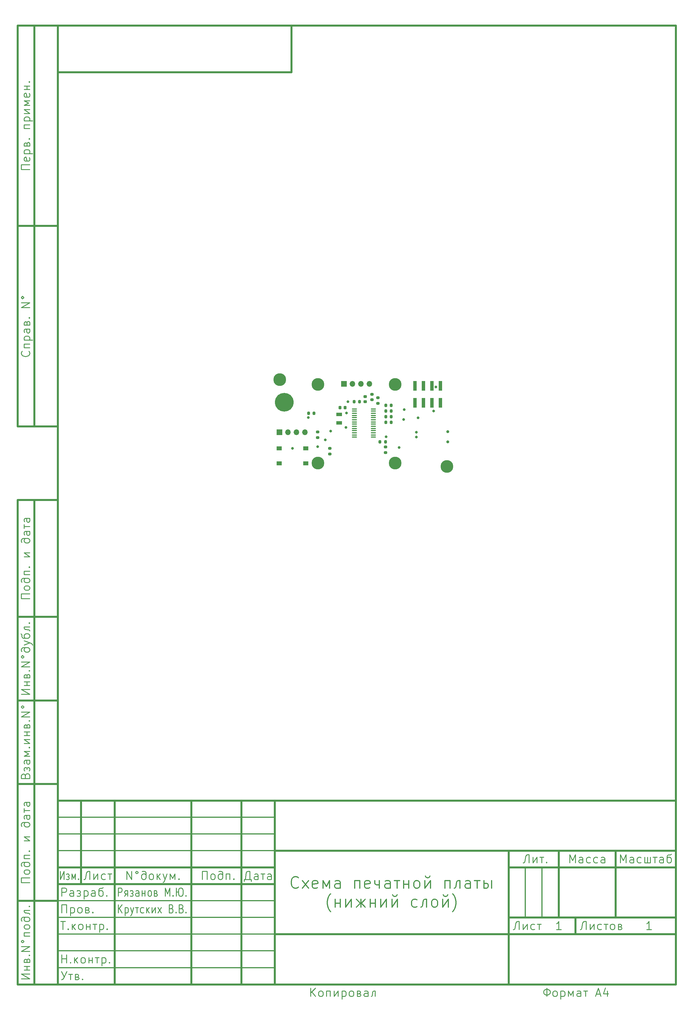
<source format=gbr>
%TF.GenerationSoftware,KiCad,Pcbnew,(6.0.0)*%
%TF.CreationDate,2022-01-12T10:47:11+03:00*%
%TF.ProjectId,Curse_PCB,43757273-655f-4504-9342-2e6b69636164,rev?*%
%TF.SameCoordinates,Original*%
%TF.FileFunction,Soldermask,Top*%
%TF.FilePolarity,Negative*%
%FSLAX46Y46*%
G04 Gerber Fmt 4.6, Leading zero omitted, Abs format (unit mm)*
G04 Created by KiCad (PCBNEW (6.0.0)) date 2022-01-12 10:47:11*
%MOMM*%
%LPD*%
G01*
G04 APERTURE LIST*
G04 Aperture macros list*
%AMRoundRect*
0 Rectangle with rounded corners*
0 $1 Rounding radius*
0 $2 $3 $4 $5 $6 $7 $8 $9 X,Y pos of 4 corners*
0 Add a 4 corners polygon primitive as box body*
4,1,4,$2,$3,$4,$5,$6,$7,$8,$9,$2,$3,0*
0 Add four circle primitives for the rounded corners*
1,1,$1+$1,$2,$3*
1,1,$1+$1,$4,$5*
1,1,$1+$1,$6,$7*
1,1,$1+$1,$8,$9*
0 Add four rect primitives between the rounded corners*
20,1,$1+$1,$2,$3,$4,$5,0*
20,1,$1+$1,$4,$5,$6,$7,0*
20,1,$1+$1,$6,$7,$8,$9,0*
20,1,$1+$1,$8,$9,$2,$3,0*%
G04 Aperture macros list end*
%ADD10C,0.100000*%
%ADD11C,0.600000*%
%ADD12C,0.300000*%
%ADD13C,0.250000*%
%ADD14C,0.350000*%
%ADD15C,0.500000*%
%ADD16R,1.800000X1.000000*%
%ADD17RoundRect,0.225000X0.225000X0.250000X-0.225000X0.250000X-0.225000X-0.250000X0.225000X-0.250000X0*%
%ADD18RoundRect,0.225000X0.250000X-0.225000X0.250000X0.225000X-0.250000X0.225000X-0.250000X-0.225000X0*%
%ADD19RoundRect,0.100000X-0.637500X-0.100000X0.637500X-0.100000X0.637500X0.100000X-0.637500X0.100000X0*%
%ADD20RoundRect,0.200000X-0.275000X0.200000X-0.275000X-0.200000X0.275000X-0.200000X0.275000X0.200000X0*%
%ADD21RoundRect,0.200000X0.200000X0.275000X-0.200000X0.275000X-0.200000X-0.275000X0.200000X-0.275000X0*%
%ADD22RoundRect,0.200000X0.275000X-0.200000X0.275000X0.200000X-0.275000X0.200000X-0.275000X-0.200000X0*%
%ADD23RoundRect,0.200000X-0.200000X-0.275000X0.200000X-0.275000X0.200000X0.275000X-0.200000X0.275000X0*%
%ADD24R,1.550000X1.300000*%
%ADD25R,1.000000X3.000000*%
%ADD26O,1.700000X1.700000*%
%ADD27R,1.700000X1.700000*%
%ADD28C,3.800000*%
%ADD29C,5.600000*%
%ADD30C,0.900000*%
%ADD31C,0.800000*%
G04 APERTURE END LIST*
D10*
D11*
X20000000Y-292002200D02*
X20000000Y-5000000D01*
X205007200Y-5000000D01*
X205007200Y-292002200D01*
X20000000Y-292002200D01*
D10*
D11*
X8000000Y-232002200D02*
X20000000Y-232002200D01*
D10*
D11*
X8000000Y-207002200D02*
X20000000Y-207002200D01*
D10*
D11*
X8000000Y-182002200D02*
X20000000Y-182002200D01*
D10*
D11*
X90000000Y-5000000D02*
X90000000Y-19000000D01*
D10*
D11*
X20000000Y-19000000D02*
X90000000Y-19000000D01*
D10*
D11*
X8000000Y-147002200D02*
X20000000Y-147002200D01*
D10*
D11*
X8000000Y-292002200D02*
X20000000Y-292002200D01*
D10*
D11*
X8000000Y-267002200D02*
X20000000Y-267002200D01*
D10*
D11*
X85007200Y-237002200D02*
X85007200Y-292002200D01*
D10*
D11*
X75007200Y-237002200D02*
X75007200Y-292002200D01*
D10*
D11*
X60007200Y-237002200D02*
X60007200Y-292002200D01*
D10*
D11*
X37007200Y-237002200D02*
X37007200Y-292002200D01*
D10*
D11*
X27007200Y-237002200D02*
X27007200Y-262002200D01*
D10*
D12*
X20007200Y-252002200D02*
X85007200Y-252002200D01*
D10*
D12*
X20007200Y-247002200D02*
X85007200Y-247002200D01*
D10*
D12*
X20007200Y-242002200D02*
X85007200Y-242002200D01*
D10*
D11*
X20007200Y-262002200D02*
X85007200Y-262002200D01*
D10*
D11*
X20007200Y-257002200D02*
X85007200Y-257002200D01*
D10*
D12*
X20007200Y-287002200D02*
X85007200Y-287002200D01*
D10*
D12*
X20007200Y-282002200D02*
X85007200Y-282002200D01*
D10*
D12*
X20007200Y-277002200D02*
X85007200Y-277002200D01*
D10*
D12*
X20007200Y-272002200D02*
X85007200Y-272002200D01*
D10*
D12*
X20007200Y-267002200D02*
X85007200Y-267002200D01*
D10*
D11*
X20007200Y-237002200D02*
X205007200Y-237002200D01*
D10*
D11*
X8000000Y-147002200D02*
X8000000Y-292002200D01*
D10*
D11*
X13000000Y-147002200D02*
X13000000Y-292002200D01*
D10*
D12*
X160007200Y-257002200D02*
X160007200Y-272002200D01*
D10*
D12*
X165007200Y-257002200D02*
X165007200Y-272002200D01*
D10*
D11*
X170007200Y-252002200D02*
X170007200Y-272002200D01*
D10*
D11*
X187007200Y-252002200D02*
X187007200Y-272002200D01*
D10*
D11*
X155007200Y-272002200D02*
X205007200Y-272002200D01*
D10*
D11*
X155007200Y-257002200D02*
X205007200Y-257002200D01*
D10*
D11*
X155007200Y-252002200D02*
X155007200Y-292002200D01*
D10*
D11*
X85007200Y-277002200D02*
X205007200Y-277002200D01*
D10*
D11*
X85007200Y-252002200D02*
X205007200Y-252002200D01*
D10*
D11*
X20007200Y-292002200D02*
X20007200Y-237002200D01*
D10*
D11*
X175007200Y-272002200D02*
X175007200Y-277002200D01*
D10*
D11*
X8000000Y-5002200D02*
X20000000Y-5002200D01*
D10*
D11*
X8000000Y-65002200D02*
X20000000Y-65002200D01*
D10*
D11*
X8000000Y-125002200D02*
X20000000Y-125002200D01*
D10*
D11*
X8000000Y-5002200D02*
X8000000Y-125002200D01*
D10*
D11*
X13000000Y-5002200D02*
X13000000Y-125002200D01*
D10*
D13*
X40709580Y-260633152D02*
X40709580Y-258133152D01*
X42138152Y-260633152D01*
X42138152Y-258133152D01*
X43685771Y-258133152D02*
X43447676Y-258252200D01*
X43328628Y-258490295D01*
X43447676Y-258728390D01*
X43685771Y-258847438D01*
X43923866Y-258728390D01*
X44042914Y-258490295D01*
X43923866Y-258252200D01*
X43685771Y-258133152D01*
X46423866Y-259204580D02*
X46304819Y-259085533D01*
X46066723Y-258966485D01*
X45590533Y-258966485D01*
X45352438Y-259085533D01*
X45233390Y-259204580D01*
X45114342Y-259442676D01*
X45114342Y-260156961D01*
X45233390Y-260395057D01*
X45352438Y-260514104D01*
X45590533Y-260633152D01*
X45947676Y-260633152D01*
X46185771Y-260514104D01*
X46304819Y-260395057D01*
X46423866Y-260156961D01*
X46423866Y-258609342D01*
X46304819Y-258371247D01*
X46185771Y-258252200D01*
X45947676Y-258133152D01*
X45471485Y-258133152D01*
X45233390Y-258252200D01*
X47852438Y-260633152D02*
X47614342Y-260514104D01*
X47495295Y-260395057D01*
X47376247Y-260156961D01*
X47376247Y-259442676D01*
X47495295Y-259204580D01*
X47614342Y-259085533D01*
X47852438Y-258966485D01*
X48209580Y-258966485D01*
X48447676Y-259085533D01*
X48566723Y-259204580D01*
X48685771Y-259442676D01*
X48685771Y-260156961D01*
X48566723Y-260395057D01*
X48447676Y-260514104D01*
X48209580Y-260633152D01*
X47852438Y-260633152D01*
X49757200Y-258966485D02*
X49757200Y-260633152D01*
X49995295Y-259680771D02*
X50709580Y-260633152D01*
X50709580Y-258966485D02*
X49757200Y-259918866D01*
X51542914Y-258966485D02*
X52138152Y-260633152D01*
X52733390Y-258966485D02*
X52138152Y-260633152D01*
X51900057Y-261228390D01*
X51781009Y-261347438D01*
X51542914Y-261466485D01*
X53685771Y-260633152D02*
X53685771Y-258966485D01*
X54400057Y-260276009D01*
X55114342Y-258966485D01*
X55114342Y-260633152D01*
X56304819Y-260395057D02*
X56423866Y-260514104D01*
X56304819Y-260633152D01*
X56185771Y-260514104D01*
X56304819Y-260395057D01*
X56304819Y-260633152D01*
D10*
D13*
X10321428Y-229561723D02*
X10440476Y-229204580D01*
X10559523Y-229085533D01*
X10797619Y-228966485D01*
X11154761Y-228966485D01*
X11392857Y-229085533D01*
X11511904Y-229204580D01*
X11630952Y-229442676D01*
X11630952Y-230395057D01*
X9130952Y-230395057D01*
X9130952Y-229561723D01*
X9250000Y-229323628D01*
X9369047Y-229204580D01*
X9607142Y-229085533D01*
X9845238Y-229085533D01*
X10083333Y-229204580D01*
X10202380Y-229323628D01*
X10321428Y-229561723D01*
X10321428Y-230395057D01*
X10797619Y-227656961D02*
X10797619Y-227418866D01*
X10083333Y-228133152D02*
X9964285Y-227895057D01*
X9964285Y-227418866D01*
X10083333Y-227180771D01*
X10321428Y-227061723D01*
X10440476Y-227061723D01*
X10678571Y-227180771D01*
X10797619Y-227418866D01*
X10916666Y-227180771D01*
X11154761Y-227061723D01*
X11273809Y-227061723D01*
X11511904Y-227180771D01*
X11630952Y-227418866D01*
X11630952Y-227895057D01*
X11511904Y-228133152D01*
X11630952Y-224918866D02*
X10321428Y-224918866D01*
X10083333Y-225037914D01*
X9964285Y-225276009D01*
X9964285Y-225752200D01*
X10083333Y-225990295D01*
X11511904Y-224918866D02*
X11630952Y-225156961D01*
X11630952Y-225752200D01*
X11511904Y-225990295D01*
X11273809Y-226109342D01*
X11035714Y-226109342D01*
X10797619Y-225990295D01*
X10678571Y-225752200D01*
X10678571Y-225156961D01*
X10559523Y-224918866D01*
X11630952Y-223728390D02*
X9964285Y-223728390D01*
X11273809Y-223014104D01*
X9964285Y-222299819D01*
X11630952Y-222299819D01*
X11392857Y-221109342D02*
X11511904Y-220990295D01*
X11630952Y-221109342D01*
X11511904Y-221228390D01*
X11392857Y-221109342D01*
X11630952Y-221109342D01*
X9964285Y-219918866D02*
X11630952Y-219918866D01*
X9964285Y-218728390D01*
X11630952Y-218728390D01*
X10797619Y-217537914D02*
X10797619Y-216466485D01*
X9964285Y-217537914D02*
X11630952Y-217537914D01*
X9964285Y-216466485D02*
X11630952Y-216466485D01*
X10797619Y-214680771D02*
X10916666Y-214323628D01*
X11154761Y-214204580D01*
X11273809Y-214204580D01*
X11511904Y-214323628D01*
X11630952Y-214561723D01*
X11630952Y-215276009D01*
X9964285Y-215276009D01*
X9964285Y-214680771D01*
X10083333Y-214442676D01*
X10321428Y-214323628D01*
X10440476Y-214323628D01*
X10678571Y-214442676D01*
X10797619Y-214680771D01*
X10797619Y-215276009D01*
X11392857Y-213133152D02*
X11511904Y-213014104D01*
X11630952Y-213133152D01*
X11511904Y-213252200D01*
X11392857Y-213133152D01*
X11630952Y-213133152D01*
X11630952Y-211942676D02*
X9130952Y-211942676D01*
X11630952Y-210514104D01*
X9130952Y-210514104D01*
X9130952Y-208966485D02*
X9250000Y-209204580D01*
X9488095Y-209323628D01*
X9726190Y-209204580D01*
X9845238Y-208966485D01*
X9726190Y-208728390D01*
X9488095Y-208609342D01*
X9250000Y-208728390D01*
X9130952Y-208966485D01*
D10*
D13*
X77983390Y-261228390D02*
X77983390Y-260633152D01*
X75840533Y-260633152D01*
X75840533Y-261228390D01*
X77507200Y-260633152D02*
X77507200Y-258133152D01*
X76911961Y-258133152D01*
X76673866Y-258252200D01*
X76554819Y-258371247D01*
X76435771Y-258609342D01*
X76197676Y-260633152D01*
X80007200Y-260633152D02*
X80007200Y-259323628D01*
X79888152Y-259085533D01*
X79650057Y-258966485D01*
X79173866Y-258966485D01*
X78935771Y-259085533D01*
X80007200Y-260514104D02*
X79769104Y-260633152D01*
X79173866Y-260633152D01*
X78935771Y-260514104D01*
X78816723Y-260276009D01*
X78816723Y-260037914D01*
X78935771Y-259799819D01*
X79173866Y-259680771D01*
X79769104Y-259680771D01*
X80007200Y-259561723D01*
X80840533Y-258966485D02*
X82031009Y-258966485D01*
X81435771Y-258966485D02*
X81435771Y-260633152D01*
X83935771Y-260633152D02*
X83935771Y-259323628D01*
X83816723Y-259085533D01*
X83578628Y-258966485D01*
X83102438Y-258966485D01*
X82864342Y-259085533D01*
X83935771Y-260514104D02*
X83697676Y-260633152D01*
X83102438Y-260633152D01*
X82864342Y-260514104D01*
X82745295Y-260276009D01*
X82745295Y-260037914D01*
X82864342Y-259799819D01*
X83102438Y-259680771D01*
X83697676Y-259680771D01*
X83935771Y-259561723D01*
D10*
D13*
X20822225Y-258133152D02*
X20822225Y-260633152D01*
X21896215Y-258133152D01*
X21896215Y-260633152D01*
X22970205Y-259799819D02*
X23149203Y-259799819D01*
X22612208Y-259085533D02*
X22791206Y-258966485D01*
X23149203Y-258966485D01*
X23328201Y-259085533D01*
X23417700Y-259323628D01*
X23417700Y-259442676D01*
X23328201Y-259680771D01*
X23149203Y-259799819D01*
X23328201Y-259918866D01*
X23417700Y-260156961D01*
X23417700Y-260276009D01*
X23328201Y-260514104D01*
X23149203Y-260633152D01*
X22791206Y-260633152D01*
X22612208Y-260514104D01*
X24223193Y-260633152D02*
X24223193Y-258966485D01*
X24760188Y-260276009D01*
X25297182Y-258966485D01*
X25297182Y-260633152D01*
X26192174Y-260395057D02*
X26281673Y-260514104D01*
X26192174Y-260633152D01*
X26102675Y-260514104D01*
X26192174Y-260395057D01*
X26192174Y-260633152D01*
D10*
D13*
X9130952Y-205156961D02*
X11630952Y-205156961D01*
X9130952Y-203728390D01*
X11630952Y-203728390D01*
X10797619Y-202537914D02*
X10797619Y-201466485D01*
X9964285Y-202537914D02*
X11630952Y-202537914D01*
X9964285Y-201466485D02*
X11630952Y-201466485D01*
X10797619Y-199680771D02*
X10916666Y-199323628D01*
X11154761Y-199204580D01*
X11273809Y-199204580D01*
X11511904Y-199323628D01*
X11630952Y-199561723D01*
X11630952Y-200276009D01*
X9964285Y-200276009D01*
X9964285Y-199680771D01*
X10083333Y-199442676D01*
X10321428Y-199323628D01*
X10440476Y-199323628D01*
X10678571Y-199442676D01*
X10797619Y-199680771D01*
X10797619Y-200276009D01*
X11392857Y-198133152D02*
X11511904Y-198014104D01*
X11630952Y-198133152D01*
X11511904Y-198252200D01*
X11392857Y-198133152D01*
X11630952Y-198133152D01*
X11630952Y-196942676D02*
X9130952Y-196942676D01*
X11630952Y-195514104D01*
X9130952Y-195514104D01*
X9130952Y-193966485D02*
X9250000Y-194204580D01*
X9488095Y-194323628D01*
X9726190Y-194204580D01*
X9845238Y-193966485D01*
X9726190Y-193728390D01*
X9488095Y-193609342D01*
X9250000Y-193728390D01*
X9130952Y-193966485D01*
X10202380Y-191228390D02*
X10083333Y-191347438D01*
X9964285Y-191585533D01*
X9964285Y-192061723D01*
X10083333Y-192299819D01*
X10202380Y-192418866D01*
X10440476Y-192537914D01*
X11154761Y-192537914D01*
X11392857Y-192418866D01*
X11511904Y-192299819D01*
X11630952Y-192061723D01*
X11630952Y-191704580D01*
X11511904Y-191466485D01*
X11392857Y-191347438D01*
X11154761Y-191228390D01*
X9607142Y-191228390D01*
X9369047Y-191347438D01*
X9250000Y-191466485D01*
X9130952Y-191704580D01*
X9130952Y-192180771D01*
X9250000Y-192418866D01*
X9964285Y-190395057D02*
X11630952Y-189799819D01*
X9964285Y-189204580D02*
X11630952Y-189799819D01*
X12226190Y-190037914D01*
X12345238Y-190156961D01*
X12464285Y-190395057D01*
X9011904Y-187061723D02*
X9130952Y-187180771D01*
X9250000Y-187418866D01*
X9250000Y-187895057D01*
X9369047Y-188133152D01*
X9488095Y-188252200D01*
X9726190Y-188371247D01*
X11154761Y-188371247D01*
X11392857Y-188252200D01*
X11511904Y-188133152D01*
X11630952Y-187895057D01*
X11630952Y-187537914D01*
X11511904Y-187299819D01*
X11392857Y-187180771D01*
X11154761Y-187061723D01*
X10440476Y-187061723D01*
X10202380Y-187180771D01*
X10083333Y-187299819D01*
X9964285Y-187537914D01*
X9964285Y-188014104D01*
X10083333Y-188252200D01*
X10202380Y-188371247D01*
X11630952Y-185037914D02*
X9964285Y-185037914D01*
X9964285Y-185395057D01*
X10083333Y-185633152D01*
X10321428Y-185752200D01*
X11273809Y-185871247D01*
X11511904Y-185990295D01*
X11630952Y-186228390D01*
X11392857Y-183847438D02*
X11511904Y-183728390D01*
X11630952Y-183847438D01*
X11511904Y-183966485D01*
X11392857Y-183847438D01*
X11630952Y-183847438D01*
D10*
D13*
X9130952Y-290335533D02*
X11630952Y-290335533D01*
X9130952Y-288906961D01*
X11630952Y-288906961D01*
X10797619Y-287716485D02*
X10797619Y-286645057D01*
X9964285Y-287716485D02*
X11630952Y-287716485D01*
X9964285Y-286645057D02*
X11630952Y-286645057D01*
X10797619Y-284859342D02*
X10916666Y-284502200D01*
X11154761Y-284383152D01*
X11273809Y-284383152D01*
X11511904Y-284502200D01*
X11630952Y-284740295D01*
X11630952Y-285454580D01*
X9964285Y-285454580D01*
X9964285Y-284859342D01*
X10083333Y-284621247D01*
X10321428Y-284502200D01*
X10440476Y-284502200D01*
X10678571Y-284621247D01*
X10797619Y-284859342D01*
X10797619Y-285454580D01*
X11392857Y-283311723D02*
X11511904Y-283192676D01*
X11630952Y-283311723D01*
X11511904Y-283430771D01*
X11392857Y-283311723D01*
X11630952Y-283311723D01*
X11630952Y-282121247D02*
X9130952Y-282121247D01*
X11630952Y-280692676D01*
X9130952Y-280692676D01*
X9130952Y-279145057D02*
X9250000Y-279383152D01*
X9488095Y-279502200D01*
X9726190Y-279383152D01*
X9845238Y-279145057D01*
X9726190Y-278906961D01*
X9488095Y-278787914D01*
X9250000Y-278906961D01*
X9130952Y-279145057D01*
X11630952Y-277597438D02*
X9964285Y-277597438D01*
X9964285Y-276526009D01*
X11630952Y-276526009D01*
X11630952Y-274978390D02*
X11511904Y-275216485D01*
X11392857Y-275335533D01*
X11154761Y-275454580D01*
X10440476Y-275454580D01*
X10202380Y-275335533D01*
X10083333Y-275216485D01*
X9964285Y-274978390D01*
X9964285Y-274621247D01*
X10083333Y-274383152D01*
X10202380Y-274264104D01*
X10440476Y-274145057D01*
X11154761Y-274145057D01*
X11392857Y-274264104D01*
X11511904Y-274383152D01*
X11630952Y-274621247D01*
X11630952Y-274978390D01*
X10202380Y-271883152D02*
X10083333Y-272002200D01*
X9964285Y-272240295D01*
X9964285Y-272716485D01*
X10083333Y-272954580D01*
X10202380Y-273073628D01*
X10440476Y-273192676D01*
X11154761Y-273192676D01*
X11392857Y-273073628D01*
X11511904Y-272954580D01*
X11630952Y-272716485D01*
X11630952Y-272359342D01*
X11511904Y-272121247D01*
X11392857Y-272002200D01*
X11154761Y-271883152D01*
X9607142Y-271883152D01*
X9369047Y-272002200D01*
X9250000Y-272121247D01*
X9130952Y-272359342D01*
X9130952Y-272835533D01*
X9250000Y-273073628D01*
X11630952Y-269859342D02*
X9964285Y-269859342D01*
X9964285Y-270216485D01*
X10083333Y-270454580D01*
X10321428Y-270573628D01*
X11273809Y-270692676D01*
X11511904Y-270811723D01*
X11630952Y-271049819D01*
X11392857Y-268668866D02*
X11511904Y-268549819D01*
X11630952Y-268668866D01*
X11511904Y-268787914D01*
X11392857Y-268668866D01*
X11630952Y-268668866D01*
D10*
D13*
X95727438Y-295633152D02*
X95727438Y-293133152D01*
X97156009Y-295633152D02*
X96084580Y-294204580D01*
X97156009Y-293133152D02*
X95727438Y-294561723D01*
X98584580Y-295633152D02*
X98346485Y-295514104D01*
X98227438Y-295395057D01*
X98108390Y-295156961D01*
X98108390Y-294442676D01*
X98227438Y-294204580D01*
X98346485Y-294085533D01*
X98584580Y-293966485D01*
X98941723Y-293966485D01*
X99179819Y-294085533D01*
X99298866Y-294204580D01*
X99417914Y-294442676D01*
X99417914Y-295156961D01*
X99298866Y-295395057D01*
X99179819Y-295514104D01*
X98941723Y-295633152D01*
X98584580Y-295633152D01*
X100489342Y-295633152D02*
X100489342Y-293966485D01*
X101560771Y-293966485D01*
X101560771Y-295633152D01*
X102751247Y-293966485D02*
X102751247Y-295633152D01*
X103941723Y-293966485D01*
X103941723Y-295633152D01*
X105132200Y-293966485D02*
X105132200Y-296466485D01*
X105132200Y-294085533D02*
X105370295Y-293966485D01*
X105846485Y-293966485D01*
X106084580Y-294085533D01*
X106203628Y-294204580D01*
X106322676Y-294442676D01*
X106322676Y-295156961D01*
X106203628Y-295395057D01*
X106084580Y-295514104D01*
X105846485Y-295633152D01*
X105370295Y-295633152D01*
X105132200Y-295514104D01*
X107751247Y-295633152D02*
X107513152Y-295514104D01*
X107394104Y-295395057D01*
X107275057Y-295156961D01*
X107275057Y-294442676D01*
X107394104Y-294204580D01*
X107513152Y-294085533D01*
X107751247Y-293966485D01*
X108108390Y-293966485D01*
X108346485Y-294085533D01*
X108465533Y-294204580D01*
X108584580Y-294442676D01*
X108584580Y-295156961D01*
X108465533Y-295395057D01*
X108346485Y-295514104D01*
X108108390Y-295633152D01*
X107751247Y-295633152D01*
X110251247Y-294799819D02*
X110608390Y-294918866D01*
X110727438Y-295156961D01*
X110727438Y-295276009D01*
X110608390Y-295514104D01*
X110370295Y-295633152D01*
X109656009Y-295633152D01*
X109656009Y-293966485D01*
X110251247Y-293966485D01*
X110489342Y-294085533D01*
X110608390Y-294323628D01*
X110608390Y-294442676D01*
X110489342Y-294680771D01*
X110251247Y-294799819D01*
X109656009Y-294799819D01*
X112870295Y-295633152D02*
X112870295Y-294323628D01*
X112751247Y-294085533D01*
X112513152Y-293966485D01*
X112036961Y-293966485D01*
X111798866Y-294085533D01*
X112870295Y-295514104D02*
X112632200Y-295633152D01*
X112036961Y-295633152D01*
X111798866Y-295514104D01*
X111679819Y-295276009D01*
X111679819Y-295037914D01*
X111798866Y-294799819D01*
X112036961Y-294680771D01*
X112632200Y-294680771D01*
X112870295Y-294561723D01*
X115013152Y-295633152D02*
X115013152Y-293966485D01*
X114656009Y-293966485D01*
X114417914Y-294085533D01*
X114298866Y-294323628D01*
X114179819Y-295276009D01*
X114060771Y-295514104D01*
X113822676Y-295633152D01*
D10*
D13*
X158156009Y-275633152D02*
X158156009Y-273133152D01*
X157798866Y-273133152D01*
X157441723Y-273252200D01*
X157203628Y-273490295D01*
X157084580Y-273847438D01*
X156846485Y-275276009D01*
X156727438Y-275514104D01*
X156489342Y-275633152D01*
X156370295Y-275633152D01*
X159346485Y-273966485D02*
X159346485Y-275633152D01*
X160536961Y-273966485D01*
X160536961Y-275633152D01*
X162798866Y-275514104D02*
X162560771Y-275633152D01*
X162084580Y-275633152D01*
X161846485Y-275514104D01*
X161727438Y-275395057D01*
X161608390Y-275156961D01*
X161608390Y-274442676D01*
X161727438Y-274204580D01*
X161846485Y-274085533D01*
X162084580Y-273966485D01*
X162560771Y-273966485D01*
X162798866Y-274085533D01*
X163513152Y-273966485D02*
X164703628Y-273966485D01*
X164108390Y-273966485D02*
X164108390Y-275633152D01*
D10*
D13*
X29626247Y-260633152D02*
X29626247Y-258133152D01*
X29269104Y-258133152D01*
X28911961Y-258252200D01*
X28673866Y-258490295D01*
X28554819Y-258847438D01*
X28316723Y-260276009D01*
X28197676Y-260514104D01*
X27959580Y-260633152D01*
X27840533Y-260633152D01*
X30816723Y-258966485D02*
X30816723Y-260633152D01*
X32007200Y-258966485D01*
X32007200Y-260633152D01*
X34269104Y-260514104D02*
X34031009Y-260633152D01*
X33554819Y-260633152D01*
X33316723Y-260514104D01*
X33197676Y-260395057D01*
X33078628Y-260156961D01*
X33078628Y-259442676D01*
X33197676Y-259204580D01*
X33316723Y-259085533D01*
X33554819Y-258966485D01*
X34031009Y-258966485D01*
X34269104Y-259085533D01*
X34983390Y-258966485D02*
X36173866Y-258966485D01*
X35578628Y-258966485D02*
X35578628Y-260633152D01*
D10*
D13*
X178156009Y-275633152D02*
X178156009Y-273133152D01*
X177798866Y-273133152D01*
X177441723Y-273252200D01*
X177203628Y-273490295D01*
X177084580Y-273847438D01*
X176846485Y-275276009D01*
X176727438Y-275514104D01*
X176489342Y-275633152D01*
X176370295Y-275633152D01*
X179346485Y-273966485D02*
X179346485Y-275633152D01*
X180536961Y-273966485D01*
X180536961Y-275633152D01*
X182798866Y-275514104D02*
X182560771Y-275633152D01*
X182084580Y-275633152D01*
X181846485Y-275514104D01*
X181727438Y-275395057D01*
X181608390Y-275156961D01*
X181608390Y-274442676D01*
X181727438Y-274204580D01*
X181846485Y-274085533D01*
X182084580Y-273966485D01*
X182560771Y-273966485D01*
X182798866Y-274085533D01*
X183513152Y-273966485D02*
X184703628Y-273966485D01*
X184108390Y-273966485D02*
X184108390Y-275633152D01*
X185894104Y-275633152D02*
X185656009Y-275514104D01*
X185536961Y-275395057D01*
X185417914Y-275156961D01*
X185417914Y-274442676D01*
X185536961Y-274204580D01*
X185656009Y-274085533D01*
X185894104Y-273966485D01*
X186251247Y-273966485D01*
X186489342Y-274085533D01*
X186608390Y-274204580D01*
X186727438Y-274442676D01*
X186727438Y-275156961D01*
X186608390Y-275395057D01*
X186489342Y-275514104D01*
X186251247Y-275633152D01*
X185894104Y-275633152D01*
X188394104Y-274799819D02*
X188751247Y-274918866D01*
X188870295Y-275156961D01*
X188870295Y-275276009D01*
X188751247Y-275514104D01*
X188513152Y-275633152D01*
X187798866Y-275633152D01*
X187798866Y-273966485D01*
X188394104Y-273966485D01*
X188632200Y-274085533D01*
X188751247Y-274323628D01*
X188751247Y-274442676D01*
X188632200Y-274680771D01*
X188394104Y-274799819D01*
X187798866Y-274799819D01*
D10*
D13*
X161102438Y-255633152D02*
X161102438Y-253133152D01*
X160745295Y-253133152D01*
X160388152Y-253252200D01*
X160150057Y-253490295D01*
X160031009Y-253847438D01*
X159792914Y-255276009D01*
X159673866Y-255514104D01*
X159435771Y-255633152D01*
X159316723Y-255633152D01*
X162292914Y-253966485D02*
X162292914Y-255633152D01*
X163483390Y-253966485D01*
X163483390Y-255633152D01*
X164316723Y-253966485D02*
X165507200Y-253966485D01*
X164911961Y-253966485D02*
X164911961Y-255633152D01*
X166340533Y-255395057D02*
X166459580Y-255514104D01*
X166340533Y-255633152D01*
X166221485Y-255514104D01*
X166340533Y-255395057D01*
X166340533Y-255633152D01*
D10*
D13*
X173269104Y-255633152D02*
X173269104Y-253133152D01*
X174102438Y-254918866D01*
X174935771Y-253133152D01*
X174935771Y-255633152D01*
X177197676Y-255633152D02*
X177197676Y-254323628D01*
X177078628Y-254085533D01*
X176840533Y-253966485D01*
X176364342Y-253966485D01*
X176126247Y-254085533D01*
X177197676Y-255514104D02*
X176959580Y-255633152D01*
X176364342Y-255633152D01*
X176126247Y-255514104D01*
X176007200Y-255276009D01*
X176007200Y-255037914D01*
X176126247Y-254799819D01*
X176364342Y-254680771D01*
X176959580Y-254680771D01*
X177197676Y-254561723D01*
X179459580Y-255514104D02*
X179221485Y-255633152D01*
X178745295Y-255633152D01*
X178507200Y-255514104D01*
X178388152Y-255395057D01*
X178269104Y-255156961D01*
X178269104Y-254442676D01*
X178388152Y-254204580D01*
X178507200Y-254085533D01*
X178745295Y-253966485D01*
X179221485Y-253966485D01*
X179459580Y-254085533D01*
X181602438Y-255514104D02*
X181364342Y-255633152D01*
X180888152Y-255633152D01*
X180650057Y-255514104D01*
X180531009Y-255395057D01*
X180411961Y-255156961D01*
X180411961Y-254442676D01*
X180531009Y-254204580D01*
X180650057Y-254085533D01*
X180888152Y-253966485D01*
X181364342Y-253966485D01*
X181602438Y-254085533D01*
X183745295Y-255633152D02*
X183745295Y-254323628D01*
X183626247Y-254085533D01*
X183388152Y-253966485D01*
X182911961Y-253966485D01*
X182673866Y-254085533D01*
X183745295Y-255514104D02*
X183507200Y-255633152D01*
X182911961Y-255633152D01*
X182673866Y-255514104D01*
X182554819Y-255276009D01*
X182554819Y-255037914D01*
X182673866Y-254799819D01*
X182911961Y-254680771D01*
X183507200Y-254680771D01*
X183745295Y-254561723D01*
D10*
D13*
X188447676Y-255633152D02*
X188447676Y-253133152D01*
X189281009Y-254918866D01*
X190114342Y-253133152D01*
X190114342Y-255633152D01*
X192376247Y-255633152D02*
X192376247Y-254323628D01*
X192257200Y-254085533D01*
X192019104Y-253966485D01*
X191542914Y-253966485D01*
X191304819Y-254085533D01*
X192376247Y-255514104D02*
X192138152Y-255633152D01*
X191542914Y-255633152D01*
X191304819Y-255514104D01*
X191185771Y-255276009D01*
X191185771Y-255037914D01*
X191304819Y-254799819D01*
X191542914Y-254680771D01*
X192138152Y-254680771D01*
X192376247Y-254561723D01*
X194638152Y-255514104D02*
X194400057Y-255633152D01*
X193923866Y-255633152D01*
X193685771Y-255514104D01*
X193566723Y-255395057D01*
X193447676Y-255156961D01*
X193447676Y-254442676D01*
X193566723Y-254204580D01*
X193685771Y-254085533D01*
X193923866Y-253966485D01*
X194400057Y-253966485D01*
X194638152Y-254085533D01*
X196542914Y-253966485D02*
X196542914Y-255633152D01*
X195709580Y-253966485D02*
X195709580Y-255633152D01*
X197376247Y-255633152D01*
X197376247Y-253966485D01*
X198209580Y-253966485D02*
X199400057Y-253966485D01*
X198804819Y-253966485D02*
X198804819Y-255633152D01*
X201304819Y-255633152D02*
X201304819Y-254323628D01*
X201185771Y-254085533D01*
X200947676Y-253966485D01*
X200471485Y-253966485D01*
X200233390Y-254085533D01*
X201304819Y-255514104D02*
X201066723Y-255633152D01*
X200471485Y-255633152D01*
X200233390Y-255514104D01*
X200114342Y-255276009D01*
X200114342Y-255037914D01*
X200233390Y-254799819D01*
X200471485Y-254680771D01*
X201066723Y-254680771D01*
X201304819Y-254561723D01*
X203685771Y-253014104D02*
X203566723Y-253133152D01*
X203328628Y-253252200D01*
X202852438Y-253252200D01*
X202614342Y-253371247D01*
X202495295Y-253490295D01*
X202376247Y-253728390D01*
X202376247Y-255156961D01*
X202495295Y-255395057D01*
X202614342Y-255514104D01*
X202852438Y-255633152D01*
X203209580Y-255633152D01*
X203447676Y-255514104D01*
X203566723Y-255395057D01*
X203685771Y-255156961D01*
X203685771Y-254442676D01*
X203566723Y-254204580D01*
X203447676Y-254085533D01*
X203209580Y-253966485D01*
X202733390Y-253966485D01*
X202495295Y-254085533D01*
X202376247Y-254204580D01*
D10*
D13*
X21227438Y-285633152D02*
X21227438Y-283133152D01*
X21227438Y-284323628D02*
X22656009Y-284323628D01*
X22656009Y-285633152D02*
X22656009Y-283133152D01*
X23846485Y-285395057D02*
X23965533Y-285514104D01*
X23846485Y-285633152D01*
X23727438Y-285514104D01*
X23846485Y-285395057D01*
X23846485Y-285633152D01*
X25036961Y-283966485D02*
X25036961Y-285633152D01*
X25275057Y-284680771D02*
X25989342Y-285633152D01*
X25989342Y-283966485D02*
X25036961Y-284918866D01*
X27417914Y-285633152D02*
X27179819Y-285514104D01*
X27060771Y-285395057D01*
X26941723Y-285156961D01*
X26941723Y-284442676D01*
X27060771Y-284204580D01*
X27179819Y-284085533D01*
X27417914Y-283966485D01*
X27775057Y-283966485D01*
X28013152Y-284085533D01*
X28132200Y-284204580D01*
X28251247Y-284442676D01*
X28251247Y-285156961D01*
X28132200Y-285395057D01*
X28013152Y-285514104D01*
X27775057Y-285633152D01*
X27417914Y-285633152D01*
X29322676Y-284799819D02*
X30394104Y-284799819D01*
X29322676Y-283966485D02*
X29322676Y-285633152D01*
X30394104Y-283966485D02*
X30394104Y-285633152D01*
X31227438Y-283966485D02*
X32417914Y-283966485D01*
X31822676Y-283966485D02*
X31822676Y-285633152D01*
X33251247Y-283966485D02*
X33251247Y-286466485D01*
X33251247Y-284085533D02*
X33489342Y-283966485D01*
X33965533Y-283966485D01*
X34203628Y-284085533D01*
X34322676Y-284204580D01*
X34441723Y-284442676D01*
X34441723Y-285156961D01*
X34322676Y-285395057D01*
X34203628Y-285514104D01*
X33965533Y-285633152D01*
X33489342Y-285633152D01*
X33251247Y-285514104D01*
X35513152Y-285395057D02*
X35632200Y-285514104D01*
X35513152Y-285633152D01*
X35394104Y-285514104D01*
X35513152Y-285395057D01*
X35513152Y-285633152D01*
D10*
D13*
X11630952Y-48097438D02*
X9130952Y-48097438D01*
X9130952Y-46668866D01*
X11630952Y-46668866D01*
X11511904Y-44526009D02*
X11630952Y-44764104D01*
X11630952Y-45240295D01*
X11511904Y-45478390D01*
X11273809Y-45597438D01*
X10321428Y-45597438D01*
X10083333Y-45478390D01*
X9964285Y-45240295D01*
X9964285Y-44764104D01*
X10083333Y-44526009D01*
X10321428Y-44406961D01*
X10559523Y-44406961D01*
X10797619Y-45597438D01*
X9964285Y-43335533D02*
X12464285Y-43335533D01*
X10083333Y-43335533D02*
X9964285Y-43097438D01*
X9964285Y-42621247D01*
X10083333Y-42383152D01*
X10202380Y-42264104D01*
X10440476Y-42145057D01*
X11154761Y-42145057D01*
X11392857Y-42264104D01*
X11511904Y-42383152D01*
X11630952Y-42621247D01*
X11630952Y-43097438D01*
X11511904Y-43335533D01*
X10797619Y-40478390D02*
X10916666Y-40121247D01*
X11154761Y-40002200D01*
X11273809Y-40002200D01*
X11511904Y-40121247D01*
X11630952Y-40359342D01*
X11630952Y-41073628D01*
X9964285Y-41073628D01*
X9964285Y-40478390D01*
X10083333Y-40240295D01*
X10321428Y-40121247D01*
X10440476Y-40121247D01*
X10678571Y-40240295D01*
X10797619Y-40478390D01*
X10797619Y-41073628D01*
X11392857Y-38930771D02*
X11511904Y-38811723D01*
X11630952Y-38930771D01*
X11511904Y-39049819D01*
X11392857Y-38930771D01*
X11630952Y-38930771D01*
X11630952Y-35835533D02*
X9964285Y-35835533D01*
X9964285Y-34764104D01*
X11630952Y-34764104D01*
X9964285Y-33573628D02*
X12464285Y-33573628D01*
X10083333Y-33573628D02*
X9964285Y-33335533D01*
X9964285Y-32859342D01*
X10083333Y-32621247D01*
X10202380Y-32502200D01*
X10440476Y-32383152D01*
X11154761Y-32383152D01*
X11392857Y-32502200D01*
X11511904Y-32621247D01*
X11630952Y-32859342D01*
X11630952Y-33335533D01*
X11511904Y-33573628D01*
X9964285Y-31311723D02*
X11630952Y-31311723D01*
X9964285Y-30121247D01*
X11630952Y-30121247D01*
X11630952Y-28930771D02*
X9964285Y-28930771D01*
X11273809Y-28216485D01*
X9964285Y-27502200D01*
X11630952Y-27502200D01*
X11511904Y-25359342D02*
X11630952Y-25597438D01*
X11630952Y-26073628D01*
X11511904Y-26311723D01*
X11273809Y-26430771D01*
X10321428Y-26430771D01*
X10083333Y-26311723D01*
X9964285Y-26073628D01*
X9964285Y-25597438D01*
X10083333Y-25359342D01*
X10321428Y-25240295D01*
X10559523Y-25240295D01*
X10797619Y-26430771D01*
X10797619Y-24168866D02*
X10797619Y-23097438D01*
X9964285Y-24168866D02*
X11630952Y-24168866D01*
X9964285Y-23097438D02*
X11630952Y-23097438D01*
X11392857Y-21906961D02*
X11511904Y-21787914D01*
X11630952Y-21906961D01*
X11511904Y-22026009D01*
X11392857Y-21906961D01*
X11630952Y-21906961D01*
D10*
D13*
X11630952Y-261526009D02*
X9130952Y-261526009D01*
X9130952Y-260097438D01*
X11630952Y-260097438D01*
X11630952Y-258549819D02*
X11511904Y-258787914D01*
X11392857Y-258906961D01*
X11154761Y-259026009D01*
X10440476Y-259026009D01*
X10202380Y-258906961D01*
X10083333Y-258787914D01*
X9964285Y-258549819D01*
X9964285Y-258192676D01*
X10083333Y-257954580D01*
X10202380Y-257835533D01*
X10440476Y-257716485D01*
X11154761Y-257716485D01*
X11392857Y-257835533D01*
X11511904Y-257954580D01*
X11630952Y-258192676D01*
X11630952Y-258549819D01*
X10202380Y-255454580D02*
X10083333Y-255573628D01*
X9964285Y-255811723D01*
X9964285Y-256287914D01*
X10083333Y-256526009D01*
X10202380Y-256645057D01*
X10440476Y-256764104D01*
X11154761Y-256764104D01*
X11392857Y-256645057D01*
X11511904Y-256526009D01*
X11630952Y-256287914D01*
X11630952Y-255930771D01*
X11511904Y-255692676D01*
X11392857Y-255573628D01*
X11154761Y-255454580D01*
X9607142Y-255454580D01*
X9369047Y-255573628D01*
X9250000Y-255692676D01*
X9130952Y-255930771D01*
X9130952Y-256406961D01*
X9250000Y-256645057D01*
X11630952Y-254383152D02*
X9964285Y-254383152D01*
X9964285Y-253311723D01*
X11630952Y-253311723D01*
X11392857Y-252121247D02*
X11511904Y-252002200D01*
X11630952Y-252121247D01*
X11511904Y-252240295D01*
X11392857Y-252121247D01*
X11630952Y-252121247D01*
X9964285Y-249026009D02*
X11630952Y-249026009D01*
X9964285Y-247835533D01*
X11630952Y-247835533D01*
X10202380Y-243549819D02*
X10083333Y-243668866D01*
X9964285Y-243906961D01*
X9964285Y-244383152D01*
X10083333Y-244621247D01*
X10202380Y-244740295D01*
X10440476Y-244859342D01*
X11154761Y-244859342D01*
X11392857Y-244740295D01*
X11511904Y-244621247D01*
X11630952Y-244383152D01*
X11630952Y-244026009D01*
X11511904Y-243787914D01*
X11392857Y-243668866D01*
X11154761Y-243549819D01*
X9607142Y-243549819D01*
X9369047Y-243668866D01*
X9250000Y-243787914D01*
X9130952Y-244026009D01*
X9130952Y-244502200D01*
X9250000Y-244740295D01*
X11630952Y-241406961D02*
X10321428Y-241406961D01*
X10083333Y-241526009D01*
X9964285Y-241764104D01*
X9964285Y-242240295D01*
X10083333Y-242478390D01*
X11511904Y-241406961D02*
X11630952Y-241645057D01*
X11630952Y-242240295D01*
X11511904Y-242478390D01*
X11273809Y-242597438D01*
X11035714Y-242597438D01*
X10797619Y-242478390D01*
X10678571Y-242240295D01*
X10678571Y-241645057D01*
X10559523Y-241406961D01*
X9964285Y-240573628D02*
X9964285Y-239383152D01*
X9964285Y-239978390D02*
X11630952Y-239978390D01*
X11630952Y-237478390D02*
X10321428Y-237478390D01*
X10083333Y-237597438D01*
X9964285Y-237835533D01*
X9964285Y-238311723D01*
X10083333Y-238549819D01*
X11511904Y-237478390D02*
X11630952Y-237716485D01*
X11630952Y-238311723D01*
X11511904Y-238549819D01*
X11273809Y-238668866D01*
X11035714Y-238668866D01*
X10797619Y-238549819D01*
X10678571Y-238311723D01*
X10678571Y-237716485D01*
X10559523Y-237478390D01*
D10*
D13*
X11630952Y-176526009D02*
X9130952Y-176526009D01*
X9130952Y-175097438D01*
X11630952Y-175097438D01*
X11630952Y-173549819D02*
X11511904Y-173787914D01*
X11392857Y-173906961D01*
X11154761Y-174026009D01*
X10440476Y-174026009D01*
X10202380Y-173906961D01*
X10083333Y-173787914D01*
X9964285Y-173549819D01*
X9964285Y-173192676D01*
X10083333Y-172954580D01*
X10202380Y-172835533D01*
X10440476Y-172716485D01*
X11154761Y-172716485D01*
X11392857Y-172835533D01*
X11511904Y-172954580D01*
X11630952Y-173192676D01*
X11630952Y-173549819D01*
X10202380Y-170454580D02*
X10083333Y-170573628D01*
X9964285Y-170811723D01*
X9964285Y-171287914D01*
X10083333Y-171526009D01*
X10202380Y-171645057D01*
X10440476Y-171764104D01*
X11154761Y-171764104D01*
X11392857Y-171645057D01*
X11511904Y-171526009D01*
X11630952Y-171287914D01*
X11630952Y-170930771D01*
X11511904Y-170692676D01*
X11392857Y-170573628D01*
X11154761Y-170454580D01*
X9607142Y-170454580D01*
X9369047Y-170573628D01*
X9250000Y-170692676D01*
X9130952Y-170930771D01*
X9130952Y-171406961D01*
X9250000Y-171645057D01*
X11630952Y-169383152D02*
X9964285Y-169383152D01*
X9964285Y-168311723D01*
X11630952Y-168311723D01*
X11392857Y-167121247D02*
X11511904Y-167002200D01*
X11630952Y-167121247D01*
X11511904Y-167240295D01*
X11392857Y-167121247D01*
X11630952Y-167121247D01*
X9964285Y-164026009D02*
X11630952Y-164026009D01*
X9964285Y-162835533D01*
X11630952Y-162835533D01*
X10202380Y-158549819D02*
X10083333Y-158668866D01*
X9964285Y-158906961D01*
X9964285Y-159383152D01*
X10083333Y-159621247D01*
X10202380Y-159740295D01*
X10440476Y-159859342D01*
X11154761Y-159859342D01*
X11392857Y-159740295D01*
X11511904Y-159621247D01*
X11630952Y-159383152D01*
X11630952Y-159026009D01*
X11511904Y-158787914D01*
X11392857Y-158668866D01*
X11154761Y-158549819D01*
X9607142Y-158549819D01*
X9369047Y-158668866D01*
X9250000Y-158787914D01*
X9130952Y-159026009D01*
X9130952Y-159502200D01*
X9250000Y-159740295D01*
X11630952Y-156406961D02*
X10321428Y-156406961D01*
X10083333Y-156526009D01*
X9964285Y-156764104D01*
X9964285Y-157240295D01*
X10083333Y-157478390D01*
X11511904Y-156406961D02*
X11630952Y-156645057D01*
X11630952Y-157240295D01*
X11511904Y-157478390D01*
X11273809Y-157597438D01*
X11035714Y-157597438D01*
X10797619Y-157478390D01*
X10678571Y-157240295D01*
X10678571Y-156645057D01*
X10559523Y-156406961D01*
X9964285Y-155573628D02*
X9964285Y-154383152D01*
X9964285Y-154978390D02*
X11630952Y-154978390D01*
X11630952Y-152478390D02*
X10321428Y-152478390D01*
X10083333Y-152597438D01*
X9964285Y-152835533D01*
X9964285Y-153311723D01*
X10083333Y-153549819D01*
X11511904Y-152478390D02*
X11630952Y-152716485D01*
X11630952Y-153311723D01*
X11511904Y-153549819D01*
X11273809Y-153668866D01*
X11035714Y-153668866D01*
X10797619Y-153549819D01*
X10678571Y-153311723D01*
X10678571Y-152716485D01*
X10559523Y-152478390D01*
D10*
D13*
X63304819Y-260633152D02*
X63304819Y-258133152D01*
X64733390Y-258133152D01*
X64733390Y-260633152D01*
X66281009Y-260633152D02*
X66042914Y-260514104D01*
X65923866Y-260395057D01*
X65804819Y-260156961D01*
X65804819Y-259442676D01*
X65923866Y-259204580D01*
X66042914Y-259085533D01*
X66281009Y-258966485D01*
X66638152Y-258966485D01*
X66876247Y-259085533D01*
X66995295Y-259204580D01*
X67114342Y-259442676D01*
X67114342Y-260156961D01*
X66995295Y-260395057D01*
X66876247Y-260514104D01*
X66638152Y-260633152D01*
X66281009Y-260633152D01*
X69376247Y-259204580D02*
X69257200Y-259085533D01*
X69019104Y-258966485D01*
X68542914Y-258966485D01*
X68304819Y-259085533D01*
X68185771Y-259204580D01*
X68066723Y-259442676D01*
X68066723Y-260156961D01*
X68185771Y-260395057D01*
X68304819Y-260514104D01*
X68542914Y-260633152D01*
X68900057Y-260633152D01*
X69138152Y-260514104D01*
X69257200Y-260395057D01*
X69376247Y-260156961D01*
X69376247Y-258609342D01*
X69257200Y-258371247D01*
X69138152Y-258252200D01*
X68900057Y-258133152D01*
X68423866Y-258133152D01*
X68185771Y-258252200D01*
X70447676Y-260633152D02*
X70447676Y-258966485D01*
X71519104Y-258966485D01*
X71519104Y-260633152D01*
X72709580Y-260395057D02*
X72828628Y-260514104D01*
X72709580Y-260633152D01*
X72590533Y-260514104D01*
X72709580Y-260395057D01*
X72709580Y-260633152D01*
D10*
D13*
X21227438Y-270633152D02*
X21227438Y-268133152D01*
X22656009Y-268133152D01*
X22656009Y-270633152D01*
X23846485Y-268966485D02*
X23846485Y-271466485D01*
X23846485Y-269085533D02*
X24084580Y-268966485D01*
X24560771Y-268966485D01*
X24798866Y-269085533D01*
X24917914Y-269204580D01*
X25036961Y-269442676D01*
X25036961Y-270156961D01*
X24917914Y-270395057D01*
X24798866Y-270514104D01*
X24560771Y-270633152D01*
X24084580Y-270633152D01*
X23846485Y-270514104D01*
X26465533Y-270633152D02*
X26227438Y-270514104D01*
X26108390Y-270395057D01*
X25989342Y-270156961D01*
X25989342Y-269442676D01*
X26108390Y-269204580D01*
X26227438Y-269085533D01*
X26465533Y-268966485D01*
X26822676Y-268966485D01*
X27060771Y-269085533D01*
X27179819Y-269204580D01*
X27298866Y-269442676D01*
X27298866Y-270156961D01*
X27179819Y-270395057D01*
X27060771Y-270514104D01*
X26822676Y-270633152D01*
X26465533Y-270633152D01*
X28965533Y-269799819D02*
X29322676Y-269918866D01*
X29441723Y-270156961D01*
X29441723Y-270276009D01*
X29322676Y-270514104D01*
X29084580Y-270633152D01*
X28370295Y-270633152D01*
X28370295Y-268966485D01*
X28965533Y-268966485D01*
X29203628Y-269085533D01*
X29322676Y-269323628D01*
X29322676Y-269442676D01*
X29203628Y-269680771D01*
X28965533Y-269799819D01*
X28370295Y-269799819D01*
X30513152Y-270395057D02*
X30632200Y-270514104D01*
X30513152Y-270633152D01*
X30394104Y-270514104D01*
X30513152Y-270395057D01*
X30513152Y-270633152D01*
D10*
D13*
X21227438Y-265633152D02*
X21227438Y-263133152D01*
X22179819Y-263133152D01*
X22417914Y-263252200D01*
X22536961Y-263371247D01*
X22656009Y-263609342D01*
X22656009Y-263966485D01*
X22536961Y-264204580D01*
X22417914Y-264323628D01*
X22179819Y-264442676D01*
X21227438Y-264442676D01*
X24798866Y-265633152D02*
X24798866Y-264323628D01*
X24679819Y-264085533D01*
X24441723Y-263966485D01*
X23965533Y-263966485D01*
X23727438Y-264085533D01*
X24798866Y-265514104D02*
X24560771Y-265633152D01*
X23965533Y-265633152D01*
X23727438Y-265514104D01*
X23608390Y-265276009D01*
X23608390Y-265037914D01*
X23727438Y-264799819D01*
X23965533Y-264680771D01*
X24560771Y-264680771D01*
X24798866Y-264561723D01*
X26227438Y-264799819D02*
X26465533Y-264799819D01*
X25751247Y-264085533D02*
X25989342Y-263966485D01*
X26465533Y-263966485D01*
X26703628Y-264085533D01*
X26822676Y-264323628D01*
X26822676Y-264442676D01*
X26703628Y-264680771D01*
X26465533Y-264799819D01*
X26703628Y-264918866D01*
X26822676Y-265156961D01*
X26822676Y-265276009D01*
X26703628Y-265514104D01*
X26465533Y-265633152D01*
X25989342Y-265633152D01*
X25751247Y-265514104D01*
X27894104Y-263966485D02*
X27894104Y-266466485D01*
X27894104Y-264085533D02*
X28132200Y-263966485D01*
X28608390Y-263966485D01*
X28846485Y-264085533D01*
X28965533Y-264204580D01*
X29084580Y-264442676D01*
X29084580Y-265156961D01*
X28965533Y-265395057D01*
X28846485Y-265514104D01*
X28608390Y-265633152D01*
X28132200Y-265633152D01*
X27894104Y-265514104D01*
X31227438Y-265633152D02*
X31227438Y-264323628D01*
X31108390Y-264085533D01*
X30870295Y-263966485D01*
X30394104Y-263966485D01*
X30156009Y-264085533D01*
X31227438Y-265514104D02*
X30989342Y-265633152D01*
X30394104Y-265633152D01*
X30156009Y-265514104D01*
X30036961Y-265276009D01*
X30036961Y-265037914D01*
X30156009Y-264799819D01*
X30394104Y-264680771D01*
X30989342Y-264680771D01*
X31227438Y-264561723D01*
X33608390Y-263014104D02*
X33489342Y-263133152D01*
X33251247Y-263252200D01*
X32775057Y-263252200D01*
X32536961Y-263371247D01*
X32417914Y-263490295D01*
X32298866Y-263728390D01*
X32298866Y-265156961D01*
X32417914Y-265395057D01*
X32536961Y-265514104D01*
X32775057Y-265633152D01*
X33132200Y-265633152D01*
X33370295Y-265514104D01*
X33489342Y-265395057D01*
X33608390Y-265156961D01*
X33608390Y-264442676D01*
X33489342Y-264204580D01*
X33370295Y-264085533D01*
X33132200Y-263966485D01*
X32656009Y-263966485D01*
X32417914Y-264085533D01*
X32298866Y-264204580D01*
X34679819Y-265395057D02*
X34798866Y-265514104D01*
X34679819Y-265633152D01*
X34560771Y-265514104D01*
X34679819Y-265395057D01*
X34679819Y-265633152D01*
D10*
D13*
X11392857Y-102502200D02*
X11511904Y-102621247D01*
X11630952Y-102978390D01*
X11630952Y-103216485D01*
X11511904Y-103573628D01*
X11273809Y-103811723D01*
X11035714Y-103930771D01*
X10559523Y-104049819D01*
X10202380Y-104049819D01*
X9726190Y-103930771D01*
X9488095Y-103811723D01*
X9250000Y-103573628D01*
X9130952Y-103216485D01*
X9130952Y-102978390D01*
X9250000Y-102621247D01*
X9369047Y-102502200D01*
X11630952Y-101430771D02*
X9964285Y-101430771D01*
X9964285Y-100359342D01*
X11630952Y-100359342D01*
X9964285Y-99168866D02*
X12464285Y-99168866D01*
X10083333Y-99168866D02*
X9964285Y-98930771D01*
X9964285Y-98454580D01*
X10083333Y-98216485D01*
X10202380Y-98097438D01*
X10440476Y-97978390D01*
X11154761Y-97978390D01*
X11392857Y-98097438D01*
X11511904Y-98216485D01*
X11630952Y-98454580D01*
X11630952Y-98930771D01*
X11511904Y-99168866D01*
X11630952Y-95835533D02*
X10321428Y-95835533D01*
X10083333Y-95954580D01*
X9964285Y-96192676D01*
X9964285Y-96668866D01*
X10083333Y-96906961D01*
X11511904Y-95835533D02*
X11630952Y-96073628D01*
X11630952Y-96668866D01*
X11511904Y-96906961D01*
X11273809Y-97026009D01*
X11035714Y-97026009D01*
X10797619Y-96906961D01*
X10678571Y-96668866D01*
X10678571Y-96073628D01*
X10559523Y-95835533D01*
X10797619Y-94049819D02*
X10916666Y-93692676D01*
X11154761Y-93573628D01*
X11273809Y-93573628D01*
X11511904Y-93692676D01*
X11630952Y-93930771D01*
X11630952Y-94645057D01*
X9964285Y-94645057D01*
X9964285Y-94049819D01*
X10083333Y-93811723D01*
X10321428Y-93692676D01*
X10440476Y-93692676D01*
X10678571Y-93811723D01*
X10797619Y-94049819D01*
X10797619Y-94645057D01*
X11392857Y-92502200D02*
X11511904Y-92383152D01*
X11630952Y-92502200D01*
X11511904Y-92621247D01*
X11392857Y-92502200D01*
X11630952Y-92502200D01*
X11630952Y-89406961D02*
X9130952Y-89406961D01*
X11630952Y-87978390D01*
X9130952Y-87978390D01*
X9130952Y-86430771D02*
X9250000Y-86668866D01*
X9488095Y-86787914D01*
X9726190Y-86668866D01*
X9845238Y-86430771D01*
X9726190Y-86192676D01*
X9488095Y-86073628D01*
X9250000Y-86192676D01*
X9130952Y-86430771D01*
D10*
D13*
X20870295Y-273133152D02*
X22298866Y-273133152D01*
X21584580Y-275633152D02*
X21584580Y-273133152D01*
X23132200Y-275395057D02*
X23251247Y-275514104D01*
X23132200Y-275633152D01*
X23013152Y-275514104D01*
X23132200Y-275395057D01*
X23132200Y-275633152D01*
X24322676Y-273966485D02*
X24322676Y-275633152D01*
X24560771Y-274680771D02*
X25275057Y-275633152D01*
X25275057Y-273966485D02*
X24322676Y-274918866D01*
X26703628Y-275633152D02*
X26465533Y-275514104D01*
X26346485Y-275395057D01*
X26227438Y-275156961D01*
X26227438Y-274442676D01*
X26346485Y-274204580D01*
X26465533Y-274085533D01*
X26703628Y-273966485D01*
X27060771Y-273966485D01*
X27298866Y-274085533D01*
X27417914Y-274204580D01*
X27536961Y-274442676D01*
X27536961Y-275156961D01*
X27417914Y-275395057D01*
X27298866Y-275514104D01*
X27060771Y-275633152D01*
X26703628Y-275633152D01*
X28608390Y-274799819D02*
X29679819Y-274799819D01*
X28608390Y-273966485D02*
X28608390Y-275633152D01*
X29679819Y-273966485D02*
X29679819Y-275633152D01*
X30513152Y-273966485D02*
X31703628Y-273966485D01*
X31108390Y-273966485D02*
X31108390Y-275633152D01*
X32536961Y-273966485D02*
X32536961Y-276466485D01*
X32536961Y-274085533D02*
X32775057Y-273966485D01*
X33251247Y-273966485D01*
X33489342Y-274085533D01*
X33608390Y-274204580D01*
X33727438Y-274442676D01*
X33727438Y-275156961D01*
X33608390Y-275395057D01*
X33489342Y-275514104D01*
X33251247Y-275633152D01*
X32775057Y-275633152D01*
X32536961Y-275514104D01*
X34798866Y-275395057D02*
X34917914Y-275514104D01*
X34798866Y-275633152D01*
X34679819Y-275514104D01*
X34798866Y-275395057D01*
X34798866Y-275633152D01*
D10*
D13*
X21108390Y-288133152D02*
X21941723Y-289799819D01*
X22775057Y-288133152D02*
X21703628Y-290276009D01*
X21465533Y-290514104D01*
X21227438Y-290633152D01*
X21108390Y-290633152D01*
X23251247Y-288966485D02*
X24441723Y-288966485D01*
X23846485Y-288966485D02*
X23846485Y-290633152D01*
X25870295Y-289799819D02*
X26227438Y-289918866D01*
X26346485Y-290156961D01*
X26346485Y-290276009D01*
X26227438Y-290514104D01*
X25989342Y-290633152D01*
X25275057Y-290633152D01*
X25275057Y-288966485D01*
X25870295Y-288966485D01*
X26108390Y-289085533D01*
X26227438Y-289323628D01*
X26227438Y-289442676D01*
X26108390Y-289680771D01*
X25870295Y-289799819D01*
X25275057Y-289799819D01*
X27417914Y-290395057D02*
X27536961Y-290514104D01*
X27417914Y-290633152D01*
X27298866Y-290514104D01*
X27417914Y-290395057D01*
X27417914Y-290633152D01*
D10*
D13*
X166441723Y-295633152D02*
X166441723Y-293133152D01*
X166203628Y-293490295D02*
X166679819Y-293490295D01*
X167036961Y-293609342D01*
X167275057Y-293847438D01*
X167394104Y-294085533D01*
X167394104Y-294561723D01*
X167275057Y-294799819D01*
X167036961Y-295037914D01*
X166679819Y-295156961D01*
X166203628Y-295156961D01*
X165846485Y-295037914D01*
X165608390Y-294799819D01*
X165489342Y-294561723D01*
X165489342Y-294085533D01*
X165608390Y-293847438D01*
X165846485Y-293609342D01*
X166203628Y-293490295D01*
X168703628Y-295633152D02*
X168465533Y-295514104D01*
X168346485Y-295395057D01*
X168227438Y-295156961D01*
X168227438Y-294442676D01*
X168346485Y-294204580D01*
X168465533Y-294085533D01*
X168703628Y-293966485D01*
X169060771Y-293966485D01*
X169298866Y-294085533D01*
X169417914Y-294204580D01*
X169536961Y-294442676D01*
X169536961Y-295156961D01*
X169417914Y-295395057D01*
X169298866Y-295514104D01*
X169060771Y-295633152D01*
X168703628Y-295633152D01*
X170608390Y-293966485D02*
X170608390Y-296466485D01*
X170608390Y-294085533D02*
X170846485Y-293966485D01*
X171322676Y-293966485D01*
X171560771Y-294085533D01*
X171679819Y-294204580D01*
X171798866Y-294442676D01*
X171798866Y-295156961D01*
X171679819Y-295395057D01*
X171560771Y-295514104D01*
X171322676Y-295633152D01*
X170846485Y-295633152D01*
X170608390Y-295514104D01*
X172870295Y-295633152D02*
X172870295Y-293966485D01*
X173584580Y-295276009D01*
X174298866Y-293966485D01*
X174298866Y-295633152D01*
X176560771Y-295633152D02*
X176560771Y-294323628D01*
X176441723Y-294085533D01*
X176203628Y-293966485D01*
X175727438Y-293966485D01*
X175489342Y-294085533D01*
X176560771Y-295514104D02*
X176322676Y-295633152D01*
X175727438Y-295633152D01*
X175489342Y-295514104D01*
X175370295Y-295276009D01*
X175370295Y-295037914D01*
X175489342Y-294799819D01*
X175727438Y-294680771D01*
X176322676Y-294680771D01*
X176560771Y-294561723D01*
X177394104Y-293966485D02*
X178584580Y-293966485D01*
X177989342Y-293966485D02*
X177989342Y-295633152D01*
X181203628Y-294918866D02*
X182394104Y-294918866D01*
X180965533Y-295633152D02*
X181798866Y-293133152D01*
X182632200Y-295633152D01*
X184536961Y-293966485D02*
X184536961Y-295633152D01*
X183941723Y-293014104D02*
X183346485Y-294799819D01*
X184894104Y-294799819D01*
D10*
D13*
X197721485Y-275633152D02*
X196292914Y-275633152D01*
X197007200Y-275633152D02*
X197007200Y-273133152D01*
X196769104Y-273490295D01*
X196531009Y-273728390D01*
X196292914Y-273847438D01*
D10*
D13*
X170721485Y-275633152D02*
X169292914Y-275633152D01*
X170007200Y-275633152D02*
X170007200Y-273133152D01*
X169769104Y-273490295D01*
X169531009Y-273728390D01*
X169292914Y-273847438D01*
D10*
D14*
X92090533Y-262934700D02*
X91923866Y-263101366D01*
X91423866Y-263268033D01*
X91090533Y-263268033D01*
X90590533Y-263101366D01*
X90257200Y-262768033D01*
X90090533Y-262434700D01*
X89923866Y-261768033D01*
X89923866Y-261268033D01*
X90090533Y-260601366D01*
X90257200Y-260268033D01*
X90590533Y-259934700D01*
X91090533Y-259768033D01*
X91423866Y-259768033D01*
X91923866Y-259934700D01*
X92090533Y-260101366D01*
X93257200Y-263268033D02*
X95090533Y-260934700D01*
X93257200Y-260934700D02*
X95090533Y-263268033D01*
X97757200Y-263101366D02*
X97423866Y-263268033D01*
X96757200Y-263268033D01*
X96423866Y-263101366D01*
X96257200Y-262768033D01*
X96257200Y-261434700D01*
X96423866Y-261101366D01*
X96757200Y-260934700D01*
X97423866Y-260934700D01*
X97757200Y-261101366D01*
X97923866Y-261434700D01*
X97923866Y-261768033D01*
X96257200Y-262101366D01*
X99423866Y-263268033D02*
X99423866Y-260934700D01*
X100423866Y-262768033D01*
X101423866Y-260934700D01*
X101423866Y-263268033D01*
X104590533Y-263268033D02*
X104590533Y-261434700D01*
X104423866Y-261101366D01*
X104090533Y-260934700D01*
X103423866Y-260934700D01*
X103090533Y-261101366D01*
X104590533Y-263101366D02*
X104257200Y-263268033D01*
X103423866Y-263268033D01*
X103090533Y-263101366D01*
X102923866Y-262768033D01*
X102923866Y-262434700D01*
X103090533Y-262101366D01*
X103423866Y-261934700D01*
X104257200Y-261934700D01*
X104590533Y-261768033D01*
X108923866Y-263268033D02*
X108923866Y-260934700D01*
X110423866Y-260934700D01*
X110423866Y-263268033D01*
X113423866Y-263101366D02*
X113090533Y-263268033D01*
X112423866Y-263268033D01*
X112090533Y-263101366D01*
X111923866Y-262768033D01*
X111923866Y-261434700D01*
X112090533Y-261101366D01*
X112423866Y-260934700D01*
X113090533Y-260934700D01*
X113423866Y-261101366D01*
X113590533Y-261434700D01*
X113590533Y-261768033D01*
X111923866Y-262101366D01*
X116257200Y-260934700D02*
X116257200Y-263268033D01*
X114923866Y-260934700D02*
X114923866Y-261768033D01*
X115090533Y-262101366D01*
X115423866Y-262268033D01*
X116257200Y-262268033D01*
X119590533Y-263268033D02*
X119590533Y-261434700D01*
X119423866Y-261101366D01*
X119090533Y-260934700D01*
X118423866Y-260934700D01*
X118090533Y-261101366D01*
X119590533Y-263101366D02*
X119257200Y-263268033D01*
X118423866Y-263268033D01*
X118090533Y-263101366D01*
X117923866Y-262768033D01*
X117923866Y-262434700D01*
X118090533Y-262101366D01*
X118423866Y-261934700D01*
X119257200Y-261934700D01*
X119590533Y-261768033D01*
X120757200Y-260934700D02*
X122423866Y-260934700D01*
X121590533Y-260934700D02*
X121590533Y-263268033D01*
X123590533Y-262101366D02*
X125090533Y-262101366D01*
X123590533Y-260934700D02*
X123590533Y-263268033D01*
X125090533Y-260934700D02*
X125090533Y-263268033D01*
X127257200Y-263268033D02*
X126923866Y-263101366D01*
X126757200Y-262934700D01*
X126590533Y-262601366D01*
X126590533Y-261601366D01*
X126757200Y-261268033D01*
X126923866Y-261101366D01*
X127257200Y-260934700D01*
X127757200Y-260934700D01*
X128090533Y-261101366D01*
X128257200Y-261268033D01*
X128423866Y-261601366D01*
X128423866Y-262601366D01*
X128257200Y-262934700D01*
X128090533Y-263101366D01*
X127757200Y-263268033D01*
X127257200Y-263268033D01*
X129923866Y-260934700D02*
X129923866Y-263268033D01*
X131590533Y-260934700D01*
X131590533Y-263268033D01*
X130090533Y-259601366D02*
X130257200Y-259934700D01*
X130590533Y-260101366D01*
X130923866Y-260101366D01*
X131257200Y-259934700D01*
X131423866Y-259601366D01*
X135923866Y-263268033D02*
X135923866Y-260934700D01*
X137423866Y-260934700D01*
X137423866Y-263268033D01*
X140423866Y-263268033D02*
X140423866Y-260934700D01*
X139923866Y-260934700D01*
X139590533Y-261101366D01*
X139423866Y-261434700D01*
X139257200Y-262768033D01*
X139090533Y-263101366D01*
X138757200Y-263268033D01*
X143590533Y-263268033D02*
X143590533Y-261434700D01*
X143423866Y-261101366D01*
X143090533Y-260934700D01*
X142423866Y-260934700D01*
X142090533Y-261101366D01*
X143590533Y-263101366D02*
X143257200Y-263268033D01*
X142423866Y-263268033D01*
X142090533Y-263101366D01*
X141923866Y-262768033D01*
X141923866Y-262434700D01*
X142090533Y-262101366D01*
X142423866Y-261934700D01*
X143257200Y-261934700D01*
X143590533Y-261768033D01*
X144757200Y-260934700D02*
X146423866Y-260934700D01*
X145590533Y-260934700D02*
X145590533Y-263268033D01*
X149923866Y-260934700D02*
X149923866Y-263268033D01*
X147590533Y-260934700D02*
X147590533Y-263268033D01*
X148423866Y-263268033D01*
X148757200Y-263101366D01*
X148923866Y-262768033D01*
X148923866Y-262268033D01*
X148757200Y-261934700D01*
X148423866Y-261768033D01*
X147590533Y-261768033D01*
X101757200Y-270236366D02*
X101590533Y-270069700D01*
X101257200Y-269569700D01*
X101090533Y-269236366D01*
X100923866Y-268736366D01*
X100757200Y-267903033D01*
X100757200Y-267236366D01*
X100923866Y-266403033D01*
X101090533Y-265903033D01*
X101257200Y-265569700D01*
X101590533Y-265069700D01*
X101757200Y-264903033D01*
X103090533Y-267736366D02*
X104590533Y-267736366D01*
X103090533Y-266569700D02*
X103090533Y-268903033D01*
X104590533Y-266569700D02*
X104590533Y-268903033D01*
X106257200Y-266569700D02*
X106257200Y-268903033D01*
X107923866Y-266569700D01*
X107923866Y-268903033D01*
X110590533Y-267736366D02*
X109423866Y-268903033D01*
X110757200Y-267903033D02*
X109423866Y-266569700D01*
X110757200Y-266569700D02*
X110757200Y-268903033D01*
X112090533Y-268903033D02*
X110923866Y-267736366D01*
X112090533Y-266569700D02*
X110757200Y-267903033D01*
X113590533Y-267736366D02*
X115090533Y-267736366D01*
X113590533Y-266569700D02*
X113590533Y-268903033D01*
X115090533Y-266569700D02*
X115090533Y-268903033D01*
X116757200Y-266569700D02*
X116757200Y-268903033D01*
X118423866Y-266569700D01*
X118423866Y-268903033D01*
X120090533Y-266569700D02*
X120090533Y-268903033D01*
X121757200Y-266569700D01*
X121757200Y-268903033D01*
X120257200Y-265236366D02*
X120423866Y-265569700D01*
X120757200Y-265736366D01*
X121090533Y-265736366D01*
X121423866Y-265569700D01*
X121590533Y-265236366D01*
X127590533Y-268736366D02*
X127257200Y-268903033D01*
X126590533Y-268903033D01*
X126257200Y-268736366D01*
X126090533Y-268569700D01*
X125923866Y-268236366D01*
X125923866Y-267236366D01*
X126090533Y-266903033D01*
X126257200Y-266736366D01*
X126590533Y-266569700D01*
X127257200Y-266569700D01*
X127590533Y-266736366D01*
X130423866Y-268903033D02*
X130423866Y-266569700D01*
X129923866Y-266569700D01*
X129590533Y-266736366D01*
X129423866Y-267069700D01*
X129257200Y-268403033D01*
X129090533Y-268736366D01*
X128757200Y-268903033D01*
X132590533Y-268903033D02*
X132257200Y-268736366D01*
X132090533Y-268569700D01*
X131923866Y-268236366D01*
X131923866Y-267236366D01*
X132090533Y-266903033D01*
X132257200Y-266736366D01*
X132590533Y-266569700D01*
X133090533Y-266569700D01*
X133423866Y-266736366D01*
X133590533Y-266903033D01*
X133757200Y-267236366D01*
X133757200Y-268236366D01*
X133590533Y-268569700D01*
X133423866Y-268736366D01*
X133090533Y-268903033D01*
X132590533Y-268903033D01*
X135257200Y-266569700D02*
X135257200Y-268903033D01*
X136923866Y-266569700D01*
X136923866Y-268903033D01*
X135423866Y-265236366D02*
X135590533Y-265569700D01*
X135923866Y-265736366D01*
X136257200Y-265736366D01*
X136590533Y-265569700D01*
X136757200Y-265236366D01*
X138257200Y-270236366D02*
X138423866Y-270069700D01*
X138757200Y-269569700D01*
X138923866Y-269236366D01*
X139090533Y-268736366D01*
X139257200Y-267903033D01*
X139257200Y-267236366D01*
X139090533Y-266403033D01*
X138923866Y-265903033D01*
X138757200Y-265569700D01*
X138423866Y-265069700D01*
X138257200Y-264903033D01*
D10*
D14*
D10*
D15*
D10*
D14*
D10*
D13*
X38115074Y-265633152D02*
X38115074Y-263133152D01*
X38887673Y-263133152D01*
X39080822Y-263252200D01*
X39177397Y-263371247D01*
X39273972Y-263609342D01*
X39273972Y-263966485D01*
X39177397Y-264204580D01*
X39080822Y-264323628D01*
X38887673Y-264442676D01*
X38115074Y-264442676D01*
X40529445Y-264918866D02*
X40046571Y-265633152D01*
X40915745Y-265633152D02*
X40915745Y-263966485D01*
X40336296Y-263966485D01*
X40143146Y-264085533D01*
X40046571Y-264323628D01*
X40046571Y-264561723D01*
X40143146Y-264799819D01*
X40336296Y-264918866D01*
X40915745Y-264918866D01*
X42074643Y-264799819D02*
X42267793Y-264799819D01*
X41688344Y-264085533D02*
X41881493Y-263966485D01*
X42267793Y-263966485D01*
X42460942Y-264085533D01*
X42557517Y-264323628D01*
X42557517Y-264442676D01*
X42460942Y-264680771D01*
X42267793Y-264799819D01*
X42460942Y-264918866D01*
X42557517Y-265156961D01*
X42557517Y-265276009D01*
X42460942Y-265514104D01*
X42267793Y-265633152D01*
X41881493Y-265633152D01*
X41688344Y-265514104D01*
X44295865Y-265633152D02*
X44295865Y-264323628D01*
X44199290Y-264085533D01*
X44006140Y-263966485D01*
X43619841Y-263966485D01*
X43426691Y-264085533D01*
X44295865Y-265514104D02*
X44102715Y-265633152D01*
X43619841Y-265633152D01*
X43426691Y-265514104D01*
X43330116Y-265276009D01*
X43330116Y-265037914D01*
X43426691Y-264799819D01*
X43619841Y-264680771D01*
X44102715Y-264680771D01*
X44295865Y-264561723D01*
X45261613Y-264799819D02*
X46130787Y-264799819D01*
X45261613Y-263966485D02*
X45261613Y-265633152D01*
X46130787Y-263966485D02*
X46130787Y-265633152D01*
X47386260Y-265633152D02*
X47193110Y-265514104D01*
X47096536Y-265395057D01*
X46999961Y-265156961D01*
X46999961Y-264442676D01*
X47096536Y-264204580D01*
X47193110Y-264085533D01*
X47386260Y-263966485D01*
X47675985Y-263966485D01*
X47869134Y-264085533D01*
X47965709Y-264204580D01*
X48062284Y-264442676D01*
X48062284Y-265156961D01*
X47965709Y-265395057D01*
X47869134Y-265514104D01*
X47675985Y-265633152D01*
X47386260Y-265633152D01*
X49414332Y-264799819D02*
X49704057Y-264918866D01*
X49800632Y-265156961D01*
X49800632Y-265276009D01*
X49704057Y-265514104D01*
X49510907Y-265633152D01*
X48931458Y-265633152D01*
X48931458Y-263966485D01*
X49414332Y-263966485D01*
X49607482Y-264085533D01*
X49704057Y-264323628D01*
X49704057Y-264442676D01*
X49607482Y-264680771D01*
X49414332Y-264799819D01*
X48931458Y-264799819D01*
X52215003Y-265633152D02*
X52215003Y-263133152D01*
X52891027Y-264918866D01*
X53567051Y-263133152D01*
X53567051Y-265633152D01*
X54532800Y-265395057D02*
X54629374Y-265514104D01*
X54532800Y-265633152D01*
X54436225Y-265514104D01*
X54532800Y-265395057D01*
X54532800Y-265633152D01*
X55498548Y-263133152D02*
X55498548Y-265633152D01*
X56174572Y-264323628D02*
X55498548Y-264323628D01*
X56657446Y-263133152D02*
X57043746Y-263133152D01*
X57236896Y-263252200D01*
X57430045Y-263490295D01*
X57526620Y-263966485D01*
X57526620Y-264799819D01*
X57430045Y-265276009D01*
X57236896Y-265514104D01*
X57043746Y-265633152D01*
X56657446Y-265633152D01*
X56464297Y-265514104D01*
X56271147Y-265276009D01*
X56174572Y-264799819D01*
X56174572Y-263966485D01*
X56271147Y-263490295D01*
X56464297Y-263252200D01*
X56657446Y-263133152D01*
X58395794Y-265395057D02*
X58492369Y-265514104D01*
X58395794Y-265633152D01*
X58299219Y-265514104D01*
X58395794Y-265395057D01*
X58395794Y-265633152D01*
D10*
D13*
X38115074Y-270633152D02*
X38115074Y-268133152D01*
X39273972Y-270633152D02*
X38404798Y-269204580D01*
X39273972Y-268133152D02*
X38115074Y-269561723D01*
X40143146Y-268966485D02*
X40143146Y-271466485D01*
X40143146Y-269085533D02*
X40336296Y-268966485D01*
X40722595Y-268966485D01*
X40915745Y-269085533D01*
X41012320Y-269204580D01*
X41108894Y-269442676D01*
X41108894Y-270156961D01*
X41012320Y-270395057D01*
X40915745Y-270514104D01*
X40722595Y-270633152D01*
X40336296Y-270633152D01*
X40143146Y-270514104D01*
X41784918Y-268966485D02*
X42267793Y-270633152D01*
X42750667Y-268966485D02*
X42267793Y-270633152D01*
X42074643Y-271228390D01*
X41978068Y-271347438D01*
X41784918Y-271466485D01*
X43233541Y-268966485D02*
X44199290Y-268966485D01*
X43716416Y-268966485D02*
X43716416Y-270633152D01*
X45744488Y-270514104D02*
X45551338Y-270633152D01*
X45165038Y-270633152D01*
X44971889Y-270514104D01*
X44875314Y-270395057D01*
X44778739Y-270156961D01*
X44778739Y-269442676D01*
X44875314Y-269204580D01*
X44971889Y-269085533D01*
X45165038Y-268966485D01*
X45551338Y-268966485D01*
X45744488Y-269085533D01*
X46613661Y-268966485D02*
X46613661Y-270633152D01*
X46806811Y-269680771D02*
X47386260Y-270633152D01*
X47386260Y-268966485D02*
X46613661Y-269918866D01*
X48255434Y-268966485D02*
X48255434Y-270633152D01*
X49221182Y-268966485D01*
X49221182Y-270633152D01*
X49993781Y-270633152D02*
X51056105Y-268966485D01*
X49993781Y-268966485D02*
X51056105Y-270633152D01*
X54049925Y-269323628D02*
X54339650Y-269442676D01*
X54436225Y-269561723D01*
X54532800Y-269799819D01*
X54532800Y-270156961D01*
X54436225Y-270395057D01*
X54339650Y-270514104D01*
X54146500Y-270633152D01*
X53373901Y-270633152D01*
X53373901Y-268133152D01*
X54049925Y-268133152D01*
X54243075Y-268252200D01*
X54339650Y-268371247D01*
X54436225Y-268609342D01*
X54436225Y-268847438D01*
X54339650Y-269085533D01*
X54243075Y-269204580D01*
X54049925Y-269323628D01*
X53373901Y-269323628D01*
X55401973Y-270395057D02*
X55498548Y-270514104D01*
X55401973Y-270633152D01*
X55305398Y-270514104D01*
X55401973Y-270395057D01*
X55401973Y-270633152D01*
X57043746Y-269323628D02*
X57333470Y-269442676D01*
X57430045Y-269561723D01*
X57526620Y-269799819D01*
X57526620Y-270156961D01*
X57430045Y-270395057D01*
X57333470Y-270514104D01*
X57140321Y-270633152D01*
X56367722Y-270633152D01*
X56367722Y-268133152D01*
X57043746Y-268133152D01*
X57236896Y-268252200D01*
X57333470Y-268371247D01*
X57430045Y-268609342D01*
X57430045Y-268847438D01*
X57333470Y-269085533D01*
X57236896Y-269204580D01*
X57043746Y-269323628D01*
X56367722Y-269323628D01*
X58395794Y-270395057D02*
X58492369Y-270514104D01*
X58395794Y-270633152D01*
X58299219Y-270514104D01*
X58395794Y-270395057D01*
X58395794Y-270633152D01*
D10*
D13*
D10*
D13*
D10*
D13*
D16*
%TO.C,BQ1*%
X104264606Y-121474606D03*
X104264606Y-123974606D03*
%TD*%
D17*
%TO.C,C5*%
X104509606Y-119434606D03*
X106059606Y-119434606D03*
%TD*%
D18*
%TO.C,C6*%
X112084606Y-116089606D03*
X112084606Y-117639606D03*
%TD*%
D19*
%TO.C,DD1*%
X114537106Y-119789606D03*
X114537106Y-120439606D03*
X114537106Y-121089606D03*
X114537106Y-121739606D03*
X114537106Y-122389606D03*
X114537106Y-123039606D03*
X114537106Y-123689606D03*
X114537106Y-124339606D03*
X114537106Y-124989606D03*
X114537106Y-125639606D03*
X114537106Y-126289606D03*
X114537106Y-126939606D03*
X114537106Y-127589606D03*
X114537106Y-128239606D03*
X108812106Y-128239606D03*
X108812106Y-127589606D03*
X108812106Y-126939606D03*
X108812106Y-126289606D03*
X108812106Y-125639606D03*
X108812106Y-124989606D03*
X108812106Y-124339606D03*
X108812106Y-123689606D03*
X108812106Y-123039606D03*
X108812106Y-122389606D03*
X108812106Y-121739606D03*
X108812106Y-121089606D03*
X108812106Y-120439606D03*
X108812106Y-119789606D03*
%TD*%
D20*
%TO.C,R5*%
X118124606Y-132834606D03*
X118124606Y-131184606D03*
%TD*%
D21*
%TO.C,R7*%
X116479606Y-129609606D03*
X118129606Y-129609606D03*
%TD*%
D20*
%TO.C,R8*%
X101444606Y-133249606D03*
X101444606Y-131599606D03*
%TD*%
D22*
%TO.C,R14*%
X97824606Y-126699606D03*
X97824606Y-128349606D03*
%TD*%
D23*
%TO.C,R16*%
X96749606Y-121134606D03*
X95099606Y-121134606D03*
%TD*%
D24*
%TO.C,SA2*%
X94279606Y-131594606D03*
X86329606Y-131594606D03*
X86329606Y-136094606D03*
X94279606Y-136094606D03*
%TD*%
D25*
%TO.C,XS1*%
X126941607Y-112914605D03*
X126941607Y-117954605D03*
X129481607Y-112914605D03*
X129481607Y-117954605D03*
X132021607Y-112914605D03*
X132021607Y-117954605D03*
X134561607Y-112914605D03*
X134561607Y-117954605D03*
%TD*%
D26*
%TO.C,XS2*%
X94048606Y-126773606D03*
X91508606Y-126773606D03*
X88968606Y-126773606D03*
D27*
X86428606Y-126773606D03*
%TD*%
D26*
%TO.C,XS3*%
X113299330Y-112330906D03*
X110759330Y-112330906D03*
X108219330Y-112330906D03*
D27*
X105679330Y-112330906D03*
%TD*%
D22*
%TO.C,R15*%
X114124606Y-115399606D03*
X114124606Y-117049606D03*
%TD*%
%TO.C,R17*%
X115854606Y-116459606D03*
X115854606Y-118109606D03*
%TD*%
D21*
%TO.C,R9*%
X118229606Y-122114606D03*
X119879606Y-122114606D03*
%TD*%
%TO.C,R10*%
X118229606Y-118684606D03*
X119879606Y-118684606D03*
%TD*%
%TO.C,R12*%
X118229606Y-123784606D03*
X119879606Y-123784606D03*
%TD*%
%TO.C,R13*%
X118229606Y-120424606D03*
X119879606Y-120424606D03*
%TD*%
D23*
%TO.C,R11*%
X110399606Y-117644606D03*
X108749606Y-117644606D03*
%TD*%
D28*
%TO.C,REF\u002A\u002A*%
X121034606Y-136024606D03*
%TD*%
%TO.C,REF\u002A\u002A*%
X136494606Y-137014606D03*
%TD*%
D29*
%TO.C,REF\u002A\u002A*%
X87815606Y-117788606D03*
%TD*%
D28*
%TO.C,REF\u002A\u002A*%
X86484606Y-111004606D03*
%TD*%
%TO.C,REF\u002A\u002A*%
X97934606Y-112454606D03*
%TD*%
%TO.C,REF\u002A\u002A*%
X97934606Y-136024606D03*
%TD*%
%TO.C,REF\u002A\u002A*%
X121034606Y-112454606D03*
%TD*%
D30*
%TO.C,SA1*%
X136799606Y-126614606D03*
X136799606Y-129614606D03*
%TD*%
D31*
X127364606Y-126804606D03*
X123730106Y-119974606D03*
X106334606Y-125294606D03*
X133234606Y-113244606D03*
X101704606Y-126444606D03*
X132534606Y-120444606D03*
X127884606Y-122474606D03*
X100124606Y-129094606D03*
X106494606Y-120984606D03*
X122264606Y-131364606D03*
X95084606Y-122344606D03*
X90284606Y-131604606D03*
X106864606Y-117644606D03*
X97814606Y-131054606D03*
X127384606Y-128214606D03*
X123544606Y-122974606D03*
X118364606Y-128134606D03*
M02*

</source>
